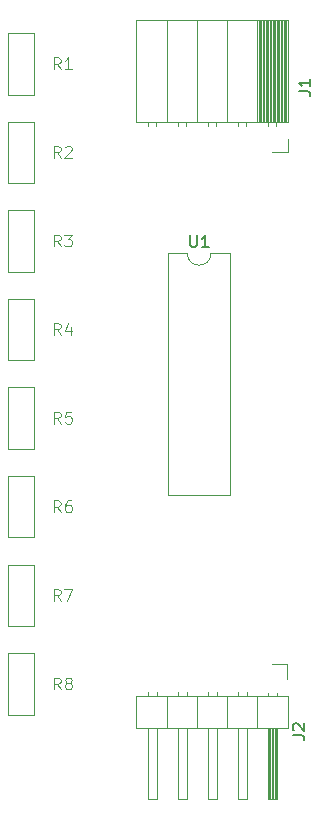
<source format=gbr>
%TF.GenerationSoftware,KiCad,Pcbnew,7.0.1*%
%TF.CreationDate,2023-08-30T09:29:14-04:00*%
%TF.ProjectId,TacTile-L2,54616354-696c-4652-9d4c-322e6b696361,rev?*%
%TF.SameCoordinates,Original*%
%TF.FileFunction,Legend,Top*%
%TF.FilePolarity,Positive*%
%FSLAX46Y46*%
G04 Gerber Fmt 4.6, Leading zero omitted, Abs format (unit mm)*
G04 Created by KiCad (PCBNEW 7.0.1) date 2023-08-30 09:29:14*
%MOMM*%
%LPD*%
G01*
G04 APERTURE LIST*
%ADD10C,0.150000*%
%ADD11C,0.100000*%
%ADD12C,0.120000*%
G04 APERTURE END LIST*
D10*
%TO.C,J1*%
X50232619Y-31053333D02*
X50946904Y-31053333D01*
X50946904Y-31053333D02*
X51089761Y-31100952D01*
X51089761Y-31100952D02*
X51185000Y-31196190D01*
X51185000Y-31196190D02*
X51232619Y-31339047D01*
X51232619Y-31339047D02*
X51232619Y-31434285D01*
X51232619Y-30053333D02*
X51232619Y-30624761D01*
X51232619Y-30339047D02*
X50232619Y-30339047D01*
X50232619Y-30339047D02*
X50375476Y-30434285D01*
X50375476Y-30434285D02*
X50470714Y-30529523D01*
X50470714Y-30529523D02*
X50518333Y-30624761D01*
D11*
%TO.C,R2*%
X30083333Y-36712619D02*
X29750000Y-36236428D01*
X29511905Y-36712619D02*
X29511905Y-35712619D01*
X29511905Y-35712619D02*
X29892857Y-35712619D01*
X29892857Y-35712619D02*
X29988095Y-35760238D01*
X29988095Y-35760238D02*
X30035714Y-35807857D01*
X30035714Y-35807857D02*
X30083333Y-35903095D01*
X30083333Y-35903095D02*
X30083333Y-36045952D01*
X30083333Y-36045952D02*
X30035714Y-36141190D01*
X30035714Y-36141190D02*
X29988095Y-36188809D01*
X29988095Y-36188809D02*
X29892857Y-36236428D01*
X29892857Y-36236428D02*
X29511905Y-36236428D01*
X30464286Y-35807857D02*
X30511905Y-35760238D01*
X30511905Y-35760238D02*
X30607143Y-35712619D01*
X30607143Y-35712619D02*
X30845238Y-35712619D01*
X30845238Y-35712619D02*
X30940476Y-35760238D01*
X30940476Y-35760238D02*
X30988095Y-35807857D01*
X30988095Y-35807857D02*
X31035714Y-35903095D01*
X31035714Y-35903095D02*
X31035714Y-35998333D01*
X31035714Y-35998333D02*
X30988095Y-36141190D01*
X30988095Y-36141190D02*
X30416667Y-36712619D01*
X30416667Y-36712619D02*
X31035714Y-36712619D01*
%TO.C,R8*%
X30083333Y-81712619D02*
X29750000Y-81236428D01*
X29511905Y-81712619D02*
X29511905Y-80712619D01*
X29511905Y-80712619D02*
X29892857Y-80712619D01*
X29892857Y-80712619D02*
X29988095Y-80760238D01*
X29988095Y-80760238D02*
X30035714Y-80807857D01*
X30035714Y-80807857D02*
X30083333Y-80903095D01*
X30083333Y-80903095D02*
X30083333Y-81045952D01*
X30083333Y-81045952D02*
X30035714Y-81141190D01*
X30035714Y-81141190D02*
X29988095Y-81188809D01*
X29988095Y-81188809D02*
X29892857Y-81236428D01*
X29892857Y-81236428D02*
X29511905Y-81236428D01*
X30654762Y-81141190D02*
X30559524Y-81093571D01*
X30559524Y-81093571D02*
X30511905Y-81045952D01*
X30511905Y-81045952D02*
X30464286Y-80950714D01*
X30464286Y-80950714D02*
X30464286Y-80903095D01*
X30464286Y-80903095D02*
X30511905Y-80807857D01*
X30511905Y-80807857D02*
X30559524Y-80760238D01*
X30559524Y-80760238D02*
X30654762Y-80712619D01*
X30654762Y-80712619D02*
X30845238Y-80712619D01*
X30845238Y-80712619D02*
X30940476Y-80760238D01*
X30940476Y-80760238D02*
X30988095Y-80807857D01*
X30988095Y-80807857D02*
X31035714Y-80903095D01*
X31035714Y-80903095D02*
X31035714Y-80950714D01*
X31035714Y-80950714D02*
X30988095Y-81045952D01*
X30988095Y-81045952D02*
X30940476Y-81093571D01*
X30940476Y-81093571D02*
X30845238Y-81141190D01*
X30845238Y-81141190D02*
X30654762Y-81141190D01*
X30654762Y-81141190D02*
X30559524Y-81188809D01*
X30559524Y-81188809D02*
X30511905Y-81236428D01*
X30511905Y-81236428D02*
X30464286Y-81331666D01*
X30464286Y-81331666D02*
X30464286Y-81522142D01*
X30464286Y-81522142D02*
X30511905Y-81617380D01*
X30511905Y-81617380D02*
X30559524Y-81665000D01*
X30559524Y-81665000D02*
X30654762Y-81712619D01*
X30654762Y-81712619D02*
X30845238Y-81712619D01*
X30845238Y-81712619D02*
X30940476Y-81665000D01*
X30940476Y-81665000D02*
X30988095Y-81617380D01*
X30988095Y-81617380D02*
X31035714Y-81522142D01*
X31035714Y-81522142D02*
X31035714Y-81331666D01*
X31035714Y-81331666D02*
X30988095Y-81236428D01*
X30988095Y-81236428D02*
X30940476Y-81188809D01*
X30940476Y-81188809D02*
X30845238Y-81141190D01*
%TO.C,R6*%
X30083333Y-66712619D02*
X29750000Y-66236428D01*
X29511905Y-66712619D02*
X29511905Y-65712619D01*
X29511905Y-65712619D02*
X29892857Y-65712619D01*
X29892857Y-65712619D02*
X29988095Y-65760238D01*
X29988095Y-65760238D02*
X30035714Y-65807857D01*
X30035714Y-65807857D02*
X30083333Y-65903095D01*
X30083333Y-65903095D02*
X30083333Y-66045952D01*
X30083333Y-66045952D02*
X30035714Y-66141190D01*
X30035714Y-66141190D02*
X29988095Y-66188809D01*
X29988095Y-66188809D02*
X29892857Y-66236428D01*
X29892857Y-66236428D02*
X29511905Y-66236428D01*
X30940476Y-65712619D02*
X30750000Y-65712619D01*
X30750000Y-65712619D02*
X30654762Y-65760238D01*
X30654762Y-65760238D02*
X30607143Y-65807857D01*
X30607143Y-65807857D02*
X30511905Y-65950714D01*
X30511905Y-65950714D02*
X30464286Y-66141190D01*
X30464286Y-66141190D02*
X30464286Y-66522142D01*
X30464286Y-66522142D02*
X30511905Y-66617380D01*
X30511905Y-66617380D02*
X30559524Y-66665000D01*
X30559524Y-66665000D02*
X30654762Y-66712619D01*
X30654762Y-66712619D02*
X30845238Y-66712619D01*
X30845238Y-66712619D02*
X30940476Y-66665000D01*
X30940476Y-66665000D02*
X30988095Y-66617380D01*
X30988095Y-66617380D02*
X31035714Y-66522142D01*
X31035714Y-66522142D02*
X31035714Y-66284047D01*
X31035714Y-66284047D02*
X30988095Y-66188809D01*
X30988095Y-66188809D02*
X30940476Y-66141190D01*
X30940476Y-66141190D02*
X30845238Y-66093571D01*
X30845238Y-66093571D02*
X30654762Y-66093571D01*
X30654762Y-66093571D02*
X30559524Y-66141190D01*
X30559524Y-66141190D02*
X30511905Y-66188809D01*
X30511905Y-66188809D02*
X30464286Y-66284047D01*
%TO.C,R4*%
X30083333Y-51712619D02*
X29750000Y-51236428D01*
X29511905Y-51712619D02*
X29511905Y-50712619D01*
X29511905Y-50712619D02*
X29892857Y-50712619D01*
X29892857Y-50712619D02*
X29988095Y-50760238D01*
X29988095Y-50760238D02*
X30035714Y-50807857D01*
X30035714Y-50807857D02*
X30083333Y-50903095D01*
X30083333Y-50903095D02*
X30083333Y-51045952D01*
X30083333Y-51045952D02*
X30035714Y-51141190D01*
X30035714Y-51141190D02*
X29988095Y-51188809D01*
X29988095Y-51188809D02*
X29892857Y-51236428D01*
X29892857Y-51236428D02*
X29511905Y-51236428D01*
X30940476Y-51045952D02*
X30940476Y-51712619D01*
X30702381Y-50665000D02*
X30464286Y-51379285D01*
X30464286Y-51379285D02*
X31083333Y-51379285D01*
%TO.C,R7*%
X30083333Y-74212619D02*
X29750000Y-73736428D01*
X29511905Y-74212619D02*
X29511905Y-73212619D01*
X29511905Y-73212619D02*
X29892857Y-73212619D01*
X29892857Y-73212619D02*
X29988095Y-73260238D01*
X29988095Y-73260238D02*
X30035714Y-73307857D01*
X30035714Y-73307857D02*
X30083333Y-73403095D01*
X30083333Y-73403095D02*
X30083333Y-73545952D01*
X30083333Y-73545952D02*
X30035714Y-73641190D01*
X30035714Y-73641190D02*
X29988095Y-73688809D01*
X29988095Y-73688809D02*
X29892857Y-73736428D01*
X29892857Y-73736428D02*
X29511905Y-73736428D01*
X30416667Y-73212619D02*
X31083333Y-73212619D01*
X31083333Y-73212619D02*
X30654762Y-74212619D01*
%TO.C,R3*%
X30083333Y-44212619D02*
X29750000Y-43736428D01*
X29511905Y-44212619D02*
X29511905Y-43212619D01*
X29511905Y-43212619D02*
X29892857Y-43212619D01*
X29892857Y-43212619D02*
X29988095Y-43260238D01*
X29988095Y-43260238D02*
X30035714Y-43307857D01*
X30035714Y-43307857D02*
X30083333Y-43403095D01*
X30083333Y-43403095D02*
X30083333Y-43545952D01*
X30083333Y-43545952D02*
X30035714Y-43641190D01*
X30035714Y-43641190D02*
X29988095Y-43688809D01*
X29988095Y-43688809D02*
X29892857Y-43736428D01*
X29892857Y-43736428D02*
X29511905Y-43736428D01*
X30416667Y-43212619D02*
X31035714Y-43212619D01*
X31035714Y-43212619D02*
X30702381Y-43593571D01*
X30702381Y-43593571D02*
X30845238Y-43593571D01*
X30845238Y-43593571D02*
X30940476Y-43641190D01*
X30940476Y-43641190D02*
X30988095Y-43688809D01*
X30988095Y-43688809D02*
X31035714Y-43784047D01*
X31035714Y-43784047D02*
X31035714Y-44022142D01*
X31035714Y-44022142D02*
X30988095Y-44117380D01*
X30988095Y-44117380D02*
X30940476Y-44165000D01*
X30940476Y-44165000D02*
X30845238Y-44212619D01*
X30845238Y-44212619D02*
X30559524Y-44212619D01*
X30559524Y-44212619D02*
X30464286Y-44165000D01*
X30464286Y-44165000D02*
X30416667Y-44117380D01*
D10*
%TO.C,U1*%
X41048095Y-43257619D02*
X41048095Y-44067142D01*
X41048095Y-44067142D02*
X41095714Y-44162380D01*
X41095714Y-44162380D02*
X41143333Y-44210000D01*
X41143333Y-44210000D02*
X41238571Y-44257619D01*
X41238571Y-44257619D02*
X41429047Y-44257619D01*
X41429047Y-44257619D02*
X41524285Y-44210000D01*
X41524285Y-44210000D02*
X41571904Y-44162380D01*
X41571904Y-44162380D02*
X41619523Y-44067142D01*
X41619523Y-44067142D02*
X41619523Y-43257619D01*
X42619523Y-44257619D02*
X42048095Y-44257619D01*
X42333809Y-44257619D02*
X42333809Y-43257619D01*
X42333809Y-43257619D02*
X42238571Y-43400476D01*
X42238571Y-43400476D02*
X42143333Y-43495714D01*
X42143333Y-43495714D02*
X42048095Y-43543333D01*
D11*
%TO.C,R1*%
X30083333Y-29212619D02*
X29750000Y-28736428D01*
X29511905Y-29212619D02*
X29511905Y-28212619D01*
X29511905Y-28212619D02*
X29892857Y-28212619D01*
X29892857Y-28212619D02*
X29988095Y-28260238D01*
X29988095Y-28260238D02*
X30035714Y-28307857D01*
X30035714Y-28307857D02*
X30083333Y-28403095D01*
X30083333Y-28403095D02*
X30083333Y-28545952D01*
X30083333Y-28545952D02*
X30035714Y-28641190D01*
X30035714Y-28641190D02*
X29988095Y-28688809D01*
X29988095Y-28688809D02*
X29892857Y-28736428D01*
X29892857Y-28736428D02*
X29511905Y-28736428D01*
X31035714Y-29212619D02*
X30464286Y-29212619D01*
X30750000Y-29212619D02*
X30750000Y-28212619D01*
X30750000Y-28212619D02*
X30654762Y-28355476D01*
X30654762Y-28355476D02*
X30559524Y-28450714D01*
X30559524Y-28450714D02*
X30464286Y-28498333D01*
%TO.C,R5*%
X30083333Y-59212619D02*
X29750000Y-58736428D01*
X29511905Y-59212619D02*
X29511905Y-58212619D01*
X29511905Y-58212619D02*
X29892857Y-58212619D01*
X29892857Y-58212619D02*
X29988095Y-58260238D01*
X29988095Y-58260238D02*
X30035714Y-58307857D01*
X30035714Y-58307857D02*
X30083333Y-58403095D01*
X30083333Y-58403095D02*
X30083333Y-58545952D01*
X30083333Y-58545952D02*
X30035714Y-58641190D01*
X30035714Y-58641190D02*
X29988095Y-58688809D01*
X29988095Y-58688809D02*
X29892857Y-58736428D01*
X29892857Y-58736428D02*
X29511905Y-58736428D01*
X30988095Y-58212619D02*
X30511905Y-58212619D01*
X30511905Y-58212619D02*
X30464286Y-58688809D01*
X30464286Y-58688809D02*
X30511905Y-58641190D01*
X30511905Y-58641190D02*
X30607143Y-58593571D01*
X30607143Y-58593571D02*
X30845238Y-58593571D01*
X30845238Y-58593571D02*
X30940476Y-58641190D01*
X30940476Y-58641190D02*
X30988095Y-58688809D01*
X30988095Y-58688809D02*
X31035714Y-58784047D01*
X31035714Y-58784047D02*
X31035714Y-59022142D01*
X31035714Y-59022142D02*
X30988095Y-59117380D01*
X30988095Y-59117380D02*
X30940476Y-59165000D01*
X30940476Y-59165000D02*
X30845238Y-59212619D01*
X30845238Y-59212619D02*
X30607143Y-59212619D01*
X30607143Y-59212619D02*
X30511905Y-59165000D01*
X30511905Y-59165000D02*
X30464286Y-59117380D01*
D10*
%TO.C,J2*%
X49732619Y-85593333D02*
X50446904Y-85593333D01*
X50446904Y-85593333D02*
X50589761Y-85640952D01*
X50589761Y-85640952D02*
X50685000Y-85736190D01*
X50685000Y-85736190D02*
X50732619Y-85879047D01*
X50732619Y-85879047D02*
X50732619Y-85974285D01*
X49827857Y-85164761D02*
X49780238Y-85117142D01*
X49780238Y-85117142D02*
X49732619Y-85021904D01*
X49732619Y-85021904D02*
X49732619Y-84783809D01*
X49732619Y-84783809D02*
X49780238Y-84688571D01*
X49780238Y-84688571D02*
X49827857Y-84640952D01*
X49827857Y-84640952D02*
X49923095Y-84593333D01*
X49923095Y-84593333D02*
X50018333Y-84593333D01*
X50018333Y-84593333D02*
X50161190Y-84640952D01*
X50161190Y-84640952D02*
X50732619Y-85212380D01*
X50732619Y-85212380D02*
X50732619Y-84593333D01*
D12*
%TO.C,J1*%
X49330000Y-25010000D02*
X36510000Y-25010000D01*
X49330000Y-25010000D02*
X49330000Y-33640000D01*
X49210000Y-25010000D02*
X49210000Y-33640000D01*
X49091905Y-25010000D02*
X49091905Y-33640000D01*
X48973810Y-25010000D02*
X48973810Y-33640000D01*
X48855715Y-25010000D02*
X48855715Y-33640000D01*
X48737620Y-25010000D02*
X48737620Y-33640000D01*
X48619525Y-25010000D02*
X48619525Y-33640000D01*
X48501430Y-25010000D02*
X48501430Y-33640000D01*
X48383335Y-25010000D02*
X48383335Y-33640000D01*
X48265240Y-25010000D02*
X48265240Y-33640000D01*
X48147145Y-25010000D02*
X48147145Y-33640000D01*
X48029050Y-25010000D02*
X48029050Y-33640000D01*
X47910955Y-25010000D02*
X47910955Y-33640000D01*
X47792860Y-25010000D02*
X47792860Y-33640000D01*
X47674765Y-25010000D02*
X47674765Y-33640000D01*
X47556670Y-25010000D02*
X47556670Y-33640000D01*
X47438575Y-25010000D02*
X47438575Y-33640000D01*
X47320480Y-25010000D02*
X47320480Y-33640000D01*
X47202385Y-25010000D02*
X47202385Y-33640000D01*
X47084290Y-25010000D02*
X47084290Y-33640000D01*
X46966195Y-25010000D02*
X46966195Y-33640000D01*
X46848100Y-25010000D02*
X46848100Y-33640000D01*
X46730000Y-25010000D02*
X46730000Y-33640000D01*
X44190000Y-25010000D02*
X44190000Y-33640000D01*
X41650000Y-25010000D02*
X41650000Y-33640000D01*
X39110000Y-25010000D02*
X39110000Y-33640000D01*
X36510000Y-25010000D02*
X36510000Y-33640000D01*
X49330000Y-33640000D02*
X36510000Y-33640000D01*
X48360000Y-33640000D02*
X48360000Y-33990000D01*
X47640000Y-33640000D02*
X47640000Y-33990000D01*
X45820000Y-33640000D02*
X45820000Y-34050000D01*
X45100000Y-33640000D02*
X45100000Y-34050000D01*
X43280000Y-33640000D02*
X43280000Y-34050000D01*
X42560000Y-33640000D02*
X42560000Y-34050000D01*
X40740000Y-33640000D02*
X40740000Y-34050000D01*
X40020000Y-33640000D02*
X40020000Y-34050000D01*
X38200000Y-33640000D02*
X38200000Y-34050000D01*
X37480000Y-33640000D02*
X37480000Y-34050000D01*
X49330000Y-35100000D02*
X49330000Y-36210000D01*
X49330000Y-36210000D02*
X48000000Y-36210000D01*
D11*
%TO.C,R2*%
X25650000Y-33650000D02*
X27850000Y-33650000D01*
X27850000Y-33650000D02*
X27850000Y-38850000D01*
X27850000Y-38850000D02*
X25650000Y-38850000D01*
X25650000Y-38850000D02*
X25650000Y-33650000D01*
%TO.C,R8*%
X25650000Y-78650000D02*
X27850000Y-78650000D01*
X27850000Y-78650000D02*
X27850000Y-83850000D01*
X27850000Y-83850000D02*
X25650000Y-83850000D01*
X25650000Y-83850000D02*
X25650000Y-78650000D01*
%TO.C,R6*%
X25650000Y-63650000D02*
X27850000Y-63650000D01*
X27850000Y-63650000D02*
X27850000Y-68850000D01*
X27850000Y-68850000D02*
X25650000Y-68850000D01*
X25650000Y-68850000D02*
X25650000Y-63650000D01*
%TO.C,R4*%
X25650000Y-48650000D02*
X27850000Y-48650000D01*
X27850000Y-48650000D02*
X27850000Y-53850000D01*
X27850000Y-53850000D02*
X25650000Y-53850000D01*
X25650000Y-53850000D02*
X25650000Y-48650000D01*
%TO.C,R7*%
X25650000Y-71150000D02*
X27850000Y-71150000D01*
X27850000Y-71150000D02*
X27850000Y-76350000D01*
X27850000Y-76350000D02*
X25650000Y-76350000D01*
X25650000Y-76350000D02*
X25650000Y-71150000D01*
%TO.C,R3*%
X25650000Y-41150000D02*
X27850000Y-41150000D01*
X27850000Y-41150000D02*
X27850000Y-46350000D01*
X27850000Y-46350000D02*
X25650000Y-46350000D01*
X25650000Y-46350000D02*
X25650000Y-41150000D01*
D12*
%TO.C,U1*%
X39160000Y-44795000D02*
X39160000Y-65235000D01*
X39160000Y-65235000D02*
X44460000Y-65235000D01*
X40810000Y-44795000D02*
X39160000Y-44795000D01*
X44460000Y-44795000D02*
X42810000Y-44795000D01*
X44460000Y-65235000D02*
X44460000Y-44795000D01*
X40810000Y-44795000D02*
G75*
G03*
X42810000Y-44795000I1000000J0D01*
G01*
D11*
%TO.C,R1*%
X25650000Y-26150000D02*
X27850000Y-26150000D01*
X27850000Y-26150000D02*
X27850000Y-31350000D01*
X27850000Y-31350000D02*
X25650000Y-31350000D01*
X25650000Y-31350000D02*
X25650000Y-26150000D01*
%TO.C,R5*%
X25650000Y-56150000D02*
X27850000Y-56150000D01*
X27850000Y-56150000D02*
X27850000Y-61350000D01*
X27850000Y-61350000D02*
X25650000Y-61350000D01*
X25650000Y-61350000D02*
X25650000Y-56150000D01*
D12*
%TO.C,J2*%
X49270000Y-79605000D02*
X49270000Y-80875000D01*
X48000000Y-79605000D02*
X49270000Y-79605000D01*
X45840000Y-81917929D02*
X45840000Y-82315000D01*
X45080000Y-81917929D02*
X45080000Y-82315000D01*
X43300000Y-81917929D02*
X43300000Y-82315000D01*
X42540000Y-81917929D02*
X42540000Y-82315000D01*
X40760000Y-81917929D02*
X40760000Y-82315000D01*
X40000000Y-81917929D02*
X40000000Y-82315000D01*
X38220000Y-81917929D02*
X38220000Y-82315000D01*
X37460000Y-81917929D02*
X37460000Y-82315000D01*
X48380000Y-81985000D02*
X48380000Y-82315000D01*
X47620000Y-81985000D02*
X47620000Y-82315000D01*
X49330000Y-82315000D02*
X36510000Y-82315000D01*
X46730000Y-82315000D02*
X46730000Y-84975000D01*
X44190000Y-82315000D02*
X44190000Y-84975000D01*
X41650000Y-82315000D02*
X41650000Y-84975000D01*
X39110000Y-82315000D02*
X39110000Y-84975000D01*
X36510000Y-82315000D02*
X36510000Y-84975000D01*
X49330000Y-84975000D02*
X49330000Y-82315000D01*
X48380000Y-84975000D02*
X48380000Y-90975000D01*
X48320000Y-84975000D02*
X48320000Y-90975000D01*
X48200000Y-84975000D02*
X48200000Y-90975000D01*
X48080000Y-84975000D02*
X48080000Y-90975000D01*
X47960000Y-84975000D02*
X47960000Y-90975000D01*
X47840000Y-84975000D02*
X47840000Y-90975000D01*
X47720000Y-84975000D02*
X47720000Y-90975000D01*
X45840000Y-84975000D02*
X45840000Y-90975000D01*
X43300000Y-84975000D02*
X43300000Y-90975000D01*
X40760000Y-84975000D02*
X40760000Y-90975000D01*
X38220000Y-84975000D02*
X38220000Y-90975000D01*
X36510000Y-84975000D02*
X49330000Y-84975000D01*
X48380000Y-90975000D02*
X47620000Y-90975000D01*
X47620000Y-90975000D02*
X47620000Y-84975000D01*
X45840000Y-90975000D02*
X45080000Y-90975000D01*
X45080000Y-90975000D02*
X45080000Y-84975000D01*
X43300000Y-90975000D02*
X42540000Y-90975000D01*
X42540000Y-90975000D02*
X42540000Y-84975000D01*
X40760000Y-90975000D02*
X40000000Y-90975000D01*
X40000000Y-90975000D02*
X40000000Y-84975000D01*
X38220000Y-90975000D02*
X37460000Y-90975000D01*
X37460000Y-90975000D02*
X37460000Y-84975000D01*
%TD*%
M02*

</source>
